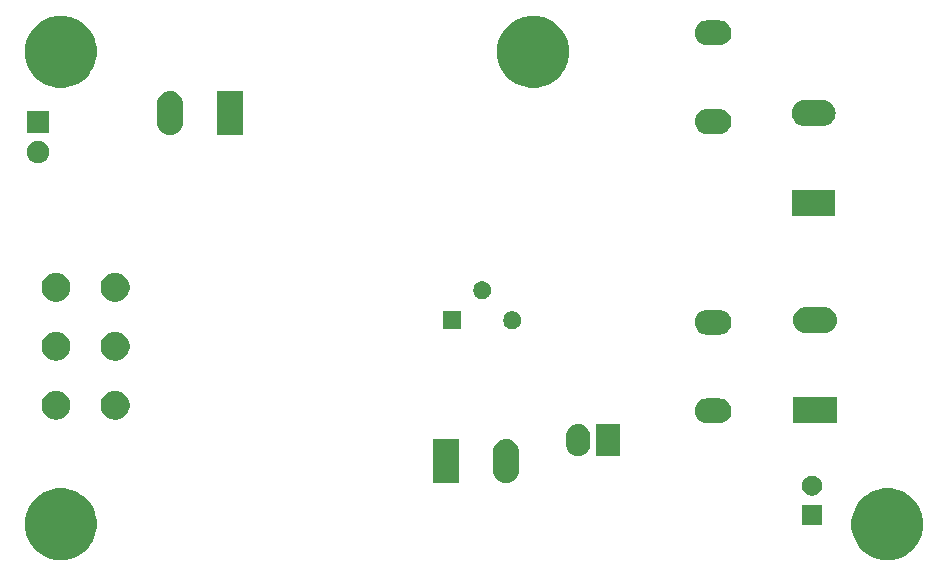
<source format=gbr>
%TF.GenerationSoftware,KiCad,Pcbnew,(6.0.0-rc1-dev-882-gdbc9130da)*%
%TF.CreationDate,2019-10-11T13:43:29+08:00*%
%TF.ProjectId,SoftDimmableLamp,536F667444696D6D61626C654C616D70,rev?*%
%TF.SameCoordinates,Original*%
%TF.FileFunction,Soldermask,Bot*%
%TF.FilePolarity,Negative*%
%FSLAX46Y46*%
G04 Gerber Fmt 4.6, Leading zero omitted, Abs format (unit mm)*
G04 Created by KiCad (PCBNEW (6.0.0-rc1-dev-882-gdbc9130da)) date 2019/10/11 13:43:29*
%MOMM*%
%LPD*%
G01*
G04 APERTURE LIST*
%ADD10C,0.350000*%
G04 APERTURE END LIST*
D10*
G36*
X125889941Y-92066248D02*
X125889943Y-92066249D01*
X125889944Y-92066249D01*
X126445190Y-92296239D01*
X126740334Y-92493448D01*
X126944902Y-92630136D01*
X127369864Y-93055098D01*
X127369866Y-93055101D01*
X127703761Y-93554810D01*
X127864990Y-93944052D01*
X127933752Y-94110059D01*
X128051000Y-94699501D01*
X128051000Y-95300499D01*
X127944246Y-95837186D01*
X127933751Y-95889944D01*
X127703761Y-96445190D01*
X127608892Y-96587171D01*
X127369864Y-96944902D01*
X126944902Y-97369864D01*
X126944899Y-97369866D01*
X126445190Y-97703761D01*
X125889944Y-97933751D01*
X125889943Y-97933751D01*
X125889941Y-97933752D01*
X125300499Y-98051000D01*
X124699501Y-98051000D01*
X124110059Y-97933752D01*
X124110057Y-97933751D01*
X124110056Y-97933751D01*
X123554810Y-97703761D01*
X123055101Y-97369866D01*
X123055098Y-97369864D01*
X122630136Y-96944902D01*
X122391108Y-96587171D01*
X122296239Y-96445190D01*
X122066249Y-95889944D01*
X122055755Y-95837186D01*
X121949000Y-95300499D01*
X121949000Y-94699501D01*
X122066248Y-94110059D01*
X122135010Y-93944052D01*
X122296239Y-93554810D01*
X122630134Y-93055101D01*
X122630136Y-93055098D01*
X123055098Y-92630136D01*
X123259666Y-92493448D01*
X123554810Y-92296239D01*
X124110056Y-92066249D01*
X124110057Y-92066249D01*
X124110059Y-92066248D01*
X124699501Y-91949000D01*
X125300499Y-91949000D01*
X125889941Y-92066248D01*
X125889941Y-92066248D01*
G37*
G36*
X55889941Y-92066248D02*
X55889943Y-92066249D01*
X55889944Y-92066249D01*
X56445190Y-92296239D01*
X56740334Y-92493448D01*
X56944902Y-92630136D01*
X57369864Y-93055098D01*
X57369866Y-93055101D01*
X57703761Y-93554810D01*
X57864990Y-93944052D01*
X57933752Y-94110059D01*
X58051000Y-94699501D01*
X58051000Y-95300499D01*
X57944246Y-95837186D01*
X57933751Y-95889944D01*
X57703761Y-96445190D01*
X57608892Y-96587171D01*
X57369864Y-96944902D01*
X56944902Y-97369864D01*
X56944899Y-97369866D01*
X56445190Y-97703761D01*
X55889944Y-97933751D01*
X55889943Y-97933751D01*
X55889941Y-97933752D01*
X55300499Y-98051000D01*
X54699501Y-98051000D01*
X54110059Y-97933752D01*
X54110057Y-97933751D01*
X54110056Y-97933751D01*
X53554810Y-97703761D01*
X53055101Y-97369866D01*
X53055098Y-97369864D01*
X52630136Y-96944902D01*
X52391108Y-96587171D01*
X52296239Y-96445190D01*
X52066249Y-95889944D01*
X52055755Y-95837186D01*
X51949000Y-95300499D01*
X51949000Y-94699501D01*
X52066248Y-94110059D01*
X52135010Y-93944052D01*
X52296239Y-93554810D01*
X52630134Y-93055101D01*
X52630136Y-93055098D01*
X53055098Y-92630136D01*
X53259666Y-92493448D01*
X53554810Y-92296239D01*
X54110056Y-92066249D01*
X54110057Y-92066249D01*
X54110059Y-92066248D01*
X54699501Y-91949000D01*
X55300499Y-91949000D01*
X55889941Y-92066248D01*
X55889941Y-92066248D01*
G37*
G36*
X119469000Y-95085000D02*
X117767000Y-95085000D01*
X117767000Y-93383000D01*
X119469000Y-93383000D01*
X119469000Y-95085000D01*
X119469000Y-95085000D01*
G37*
G36*
X118866228Y-90915703D02*
X119021100Y-90979853D01*
X119160481Y-91072985D01*
X119279015Y-91191519D01*
X119372147Y-91330900D01*
X119436297Y-91485772D01*
X119469000Y-91650184D01*
X119469000Y-91817816D01*
X119436297Y-91982228D01*
X119372147Y-92137100D01*
X119279015Y-92276481D01*
X119160481Y-92395015D01*
X119021100Y-92488147D01*
X118866228Y-92552297D01*
X118701816Y-92585000D01*
X118534184Y-92585000D01*
X118369772Y-92552297D01*
X118214900Y-92488147D01*
X118075519Y-92395015D01*
X117956985Y-92276481D01*
X117863853Y-92137100D01*
X117799703Y-91982228D01*
X117767000Y-91817816D01*
X117767000Y-91650184D01*
X117799703Y-91485772D01*
X117863853Y-91330900D01*
X117956985Y-91191519D01*
X118075519Y-91072985D01*
X118214900Y-90979853D01*
X118369772Y-90915703D01*
X118534184Y-90883000D01*
X118701816Y-90883000D01*
X118866228Y-90915703D01*
X118866228Y-90915703D01*
G37*
G36*
X92923869Y-87826786D02*
X92923872Y-87826787D01*
X93129526Y-87889171D01*
X93129528Y-87889172D01*
X93129531Y-87889173D01*
X93319059Y-87990477D01*
X93485186Y-88126814D01*
X93621523Y-88292940D01*
X93722827Y-88482468D01*
X93722827Y-88482469D01*
X93722829Y-88482473D01*
X93754885Y-88588148D01*
X93785214Y-88688130D01*
X93801000Y-88848408D01*
X93801000Y-90475592D01*
X93785214Y-90635870D01*
X93722827Y-90841532D01*
X93621523Y-91031060D01*
X93485186Y-91197186D01*
X93319060Y-91333523D01*
X93129532Y-91434827D01*
X93129529Y-91434828D01*
X93129527Y-91434829D01*
X92961589Y-91485772D01*
X92923870Y-91497214D01*
X92710000Y-91518278D01*
X92496131Y-91497214D01*
X92458412Y-91485772D01*
X92290474Y-91434829D01*
X92290472Y-91434828D01*
X92290469Y-91434827D01*
X92100941Y-91333523D01*
X91934815Y-91197186D01*
X91798478Y-91031060D01*
X91697171Y-90841527D01*
X91634786Y-90635875D01*
X91619000Y-90475592D01*
X91619000Y-88848409D01*
X91634786Y-88688131D01*
X91644577Y-88655854D01*
X91697171Y-88482474D01*
X91697172Y-88482472D01*
X91697173Y-88482469D01*
X91798477Y-88292941D01*
X91934814Y-88126814D01*
X92100940Y-87990477D01*
X92290468Y-87889173D01*
X92290471Y-87889172D01*
X92290473Y-87889171D01*
X92496127Y-87826787D01*
X92496130Y-87826786D01*
X92710000Y-87805722D01*
X92923869Y-87826786D01*
X92923869Y-87826786D01*
G37*
G36*
X88721000Y-91513000D02*
X86539000Y-91513000D01*
X86539000Y-87811000D01*
X88721000Y-87811000D01*
X88721000Y-91513000D01*
X88721000Y-91513000D01*
G37*
G36*
X99012032Y-86548207D02*
X99210146Y-86608305D01*
X99392729Y-86705897D01*
X99552765Y-86837235D01*
X99684103Y-86997271D01*
X99729531Y-87082261D01*
X99781695Y-87179853D01*
X99811744Y-87278912D01*
X99841793Y-87377969D01*
X99857000Y-87532371D01*
X99857000Y-88235630D01*
X99841793Y-88390032D01*
X99781695Y-88588146D01*
X99684103Y-88770729D01*
X99684101Y-88770731D01*
X99552768Y-88930762D01*
X99552766Y-88930763D01*
X99552765Y-88930765D01*
X99392729Y-89062103D01*
X99210145Y-89159695D01*
X99012031Y-89219793D01*
X98806000Y-89240085D01*
X98599968Y-89219793D01*
X98401854Y-89159695D01*
X98219271Y-89062103D01*
X98155257Y-89009568D01*
X98059238Y-88930768D01*
X98059237Y-88930766D01*
X98059235Y-88930765D01*
X97927897Y-88770729D01*
X97830305Y-88588145D01*
X97770207Y-88390031D01*
X97755000Y-88235629D01*
X97755000Y-87532370D01*
X97770207Y-87377968D01*
X97810273Y-87245892D01*
X97830306Y-87179852D01*
X97927899Y-86997269D01*
X98059236Y-86837235D01*
X98219270Y-86705899D01*
X98219272Y-86705897D01*
X98401855Y-86608305D01*
X98599969Y-86548207D01*
X98806000Y-86527915D01*
X99012032Y-86548207D01*
X99012032Y-86548207D01*
G37*
G36*
X102397000Y-89235000D02*
X100295000Y-89235000D01*
X100295000Y-86533000D01*
X102397000Y-86533000D01*
X102397000Y-89235000D01*
X102397000Y-89235000D01*
G37*
G36*
X110814435Y-84351640D02*
X110942032Y-84364207D01*
X111140146Y-84424305D01*
X111322729Y-84521897D01*
X111482765Y-84653235D01*
X111614103Y-84813271D01*
X111711695Y-84995854D01*
X111771793Y-85193968D01*
X111792085Y-85400000D01*
X111771793Y-85606032D01*
X111711695Y-85804146D01*
X111614103Y-85986729D01*
X111482765Y-86146765D01*
X111322729Y-86278103D01*
X111140146Y-86375695D01*
X110942032Y-86435793D01*
X110818510Y-86447959D01*
X110787631Y-86451000D01*
X109684369Y-86451000D01*
X109653490Y-86447959D01*
X109529968Y-86435793D01*
X109331854Y-86375695D01*
X109149271Y-86278103D01*
X108989235Y-86146765D01*
X108857897Y-85986729D01*
X108760305Y-85804146D01*
X108700207Y-85606032D01*
X108679915Y-85400000D01*
X108700207Y-85193968D01*
X108760305Y-84995854D01*
X108857897Y-84813271D01*
X108989235Y-84653235D01*
X109149271Y-84521897D01*
X109331854Y-84424305D01*
X109529968Y-84364207D01*
X109657565Y-84351640D01*
X109684369Y-84349000D01*
X110787631Y-84349000D01*
X110814435Y-84351640D01*
X110814435Y-84351640D01*
G37*
G36*
X120723000Y-86445000D02*
X117021000Y-86445000D01*
X117021000Y-84243000D01*
X120723000Y-84243000D01*
X120723000Y-86445000D01*
X120723000Y-86445000D01*
G37*
G36*
X54848205Y-83732461D02*
X54966153Y-83755922D01*
X55058194Y-83794047D01*
X55188359Y-83847963D01*
X55388345Y-83981589D01*
X55558411Y-84151655D01*
X55692037Y-84351641D01*
X55784078Y-84573848D01*
X55831000Y-84809741D01*
X55831000Y-85050259D01*
X55784078Y-85286152D01*
X55692037Y-85508359D01*
X55558411Y-85708345D01*
X55388345Y-85878411D01*
X55188359Y-86012037D01*
X55058194Y-86065953D01*
X54966153Y-86104078D01*
X54848205Y-86127539D01*
X54730259Y-86151000D01*
X54489741Y-86151000D01*
X54371795Y-86127539D01*
X54253847Y-86104078D01*
X54161806Y-86065953D01*
X54031641Y-86012037D01*
X53831655Y-85878411D01*
X53661589Y-85708345D01*
X53527963Y-85508359D01*
X53435922Y-85286152D01*
X53389000Y-85050259D01*
X53389000Y-84809741D01*
X53435922Y-84573848D01*
X53527963Y-84351641D01*
X53661589Y-84151655D01*
X53831655Y-83981589D01*
X54031641Y-83847963D01*
X54161806Y-83794047D01*
X54253847Y-83755922D01*
X54371795Y-83732461D01*
X54489741Y-83709000D01*
X54730259Y-83709000D01*
X54848205Y-83732461D01*
X54848205Y-83732461D01*
G37*
G36*
X59848205Y-83732461D02*
X59966153Y-83755922D01*
X60058194Y-83794047D01*
X60188359Y-83847963D01*
X60388345Y-83981589D01*
X60558411Y-84151655D01*
X60692037Y-84351641D01*
X60784078Y-84573848D01*
X60831000Y-84809741D01*
X60831000Y-85050259D01*
X60784078Y-85286152D01*
X60692037Y-85508359D01*
X60558411Y-85708345D01*
X60388345Y-85878411D01*
X60188359Y-86012037D01*
X60058194Y-86065953D01*
X59966153Y-86104078D01*
X59848205Y-86127539D01*
X59730259Y-86151000D01*
X59489741Y-86151000D01*
X59371795Y-86127539D01*
X59253847Y-86104078D01*
X59161806Y-86065953D01*
X59031641Y-86012037D01*
X58831655Y-85878411D01*
X58661589Y-85708345D01*
X58527963Y-85508359D01*
X58435922Y-85286152D01*
X58389000Y-85050259D01*
X58389000Y-84809741D01*
X58435922Y-84573848D01*
X58527963Y-84351641D01*
X58661589Y-84151655D01*
X58831655Y-83981589D01*
X59031641Y-83847963D01*
X59161806Y-83794047D01*
X59253847Y-83755922D01*
X59371795Y-83732461D01*
X59489741Y-83709000D01*
X59730259Y-83709000D01*
X59848205Y-83732461D01*
X59848205Y-83732461D01*
G37*
G36*
X54848205Y-78732461D02*
X54966153Y-78755922D01*
X55019697Y-78778101D01*
X55188359Y-78847963D01*
X55388345Y-78981589D01*
X55558411Y-79151655D01*
X55692037Y-79351641D01*
X55784078Y-79573848D01*
X55831000Y-79809741D01*
X55831000Y-80050259D01*
X55784078Y-80286152D01*
X55692037Y-80508359D01*
X55558411Y-80708345D01*
X55388345Y-80878411D01*
X55188359Y-81012037D01*
X55058194Y-81065953D01*
X54966153Y-81104078D01*
X54848205Y-81127539D01*
X54730259Y-81151000D01*
X54489741Y-81151000D01*
X54371795Y-81127539D01*
X54253847Y-81104078D01*
X54161806Y-81065953D01*
X54031641Y-81012037D01*
X53831655Y-80878411D01*
X53661589Y-80708345D01*
X53527963Y-80508359D01*
X53435922Y-80286152D01*
X53389000Y-80050259D01*
X53389000Y-79809741D01*
X53435922Y-79573848D01*
X53527963Y-79351641D01*
X53661589Y-79151655D01*
X53831655Y-78981589D01*
X54031641Y-78847963D01*
X54200303Y-78778101D01*
X54253847Y-78755922D01*
X54371795Y-78732461D01*
X54489741Y-78709000D01*
X54730259Y-78709000D01*
X54848205Y-78732461D01*
X54848205Y-78732461D01*
G37*
G36*
X59848205Y-78732461D02*
X59966153Y-78755922D01*
X60019697Y-78778101D01*
X60188359Y-78847963D01*
X60388345Y-78981589D01*
X60558411Y-79151655D01*
X60692037Y-79351641D01*
X60784078Y-79573848D01*
X60831000Y-79809741D01*
X60831000Y-80050259D01*
X60784078Y-80286152D01*
X60692037Y-80508359D01*
X60558411Y-80708345D01*
X60388345Y-80878411D01*
X60188359Y-81012037D01*
X60058194Y-81065953D01*
X59966153Y-81104078D01*
X59848205Y-81127539D01*
X59730259Y-81151000D01*
X59489741Y-81151000D01*
X59371795Y-81127539D01*
X59253847Y-81104078D01*
X59161806Y-81065953D01*
X59031641Y-81012037D01*
X58831655Y-80878411D01*
X58661589Y-80708345D01*
X58527963Y-80508359D01*
X58435922Y-80286152D01*
X58389000Y-80050259D01*
X58389000Y-79809741D01*
X58435922Y-79573848D01*
X58527963Y-79351641D01*
X58661589Y-79151655D01*
X58831655Y-78981589D01*
X59031641Y-78847963D01*
X59200303Y-78778101D01*
X59253847Y-78755922D01*
X59371795Y-78732461D01*
X59489741Y-78709000D01*
X59730259Y-78709000D01*
X59848205Y-78732461D01*
X59848205Y-78732461D01*
G37*
G36*
X110818510Y-76852041D02*
X110942032Y-76864207D01*
X111140146Y-76924305D01*
X111322729Y-77021897D01*
X111482765Y-77153235D01*
X111614103Y-77313271D01*
X111711695Y-77495854D01*
X111771793Y-77693968D01*
X111792085Y-77900000D01*
X111771793Y-78106032D01*
X111711695Y-78304146D01*
X111614103Y-78486729D01*
X111482765Y-78646765D01*
X111322729Y-78778103D01*
X111140146Y-78875695D01*
X110942032Y-78935793D01*
X110818510Y-78947959D01*
X110787631Y-78951000D01*
X109684369Y-78951000D01*
X109653490Y-78947959D01*
X109529968Y-78935793D01*
X109331854Y-78875695D01*
X109149271Y-78778103D01*
X108989235Y-78646765D01*
X108857897Y-78486729D01*
X108760305Y-78304146D01*
X108700207Y-78106032D01*
X108679915Y-77900000D01*
X108700207Y-77693968D01*
X108760305Y-77495854D01*
X108857897Y-77313271D01*
X108989235Y-77153235D01*
X109149271Y-77021897D01*
X109331854Y-76924305D01*
X109529968Y-76864207D01*
X109653490Y-76852041D01*
X109684369Y-76849000D01*
X110787631Y-76849000D01*
X110818510Y-76852041D01*
X110818510Y-76852041D01*
G37*
G36*
X119837830Y-76638930D02*
X119837833Y-76638931D01*
X119837834Y-76638931D01*
X120045373Y-76701887D01*
X120045375Y-76701888D01*
X120236644Y-76804123D01*
X120404291Y-76941709D01*
X120541877Y-77109356D01*
X120644112Y-77300625D01*
X120644113Y-77300627D01*
X120707069Y-77508166D01*
X120707070Y-77508170D01*
X120728327Y-77724000D01*
X120707070Y-77939830D01*
X120707069Y-77939833D01*
X120707069Y-77939834D01*
X120656654Y-78106032D01*
X120644112Y-78147375D01*
X120541877Y-78338644D01*
X120404291Y-78506291D01*
X120236644Y-78643877D01*
X120045375Y-78746112D01*
X120045373Y-78746113D01*
X119837834Y-78809069D01*
X119837833Y-78809069D01*
X119837830Y-78809070D01*
X119676089Y-78825000D01*
X118067911Y-78825000D01*
X117906170Y-78809070D01*
X117906167Y-78809069D01*
X117906166Y-78809069D01*
X117698627Y-78746113D01*
X117698625Y-78746112D01*
X117507356Y-78643877D01*
X117339709Y-78506291D01*
X117202123Y-78338644D01*
X117099888Y-78147375D01*
X117087347Y-78106032D01*
X117036931Y-77939834D01*
X117036931Y-77939833D01*
X117036930Y-77939830D01*
X117015673Y-77724000D01*
X117036930Y-77508170D01*
X117036931Y-77508166D01*
X117099887Y-77300627D01*
X117099888Y-77300625D01*
X117202123Y-77109356D01*
X117339709Y-76941709D01*
X117507356Y-76804123D01*
X117698625Y-76701888D01*
X117698627Y-76701887D01*
X117906166Y-76638931D01*
X117906167Y-76638931D01*
X117906170Y-76638930D01*
X118067911Y-76623000D01*
X119676089Y-76623000D01*
X119837830Y-76638930D01*
X119837830Y-76638930D01*
G37*
G36*
X93350004Y-76984544D02*
X93437059Y-77001860D01*
X93573732Y-77058472D01*
X93573733Y-77058473D01*
X93696738Y-77140662D01*
X93801338Y-77245262D01*
X93801340Y-77245265D01*
X93883528Y-77368268D01*
X93940140Y-77504941D01*
X93969000Y-77650033D01*
X93969000Y-77797967D01*
X93940140Y-77943059D01*
X93883528Y-78079732D01*
X93865955Y-78106032D01*
X93801338Y-78202738D01*
X93696738Y-78307338D01*
X93696735Y-78307340D01*
X93573732Y-78389528D01*
X93437059Y-78446140D01*
X93350004Y-78463456D01*
X93291969Y-78475000D01*
X93144031Y-78475000D01*
X93085996Y-78463456D01*
X92998941Y-78446140D01*
X92862268Y-78389528D01*
X92739265Y-78307340D01*
X92739262Y-78307338D01*
X92634662Y-78202738D01*
X92570045Y-78106032D01*
X92552472Y-78079732D01*
X92495860Y-77943059D01*
X92467000Y-77797967D01*
X92467000Y-77650033D01*
X92495860Y-77504941D01*
X92552472Y-77368268D01*
X92634660Y-77245265D01*
X92634662Y-77245262D01*
X92739262Y-77140662D01*
X92862267Y-77058473D01*
X92862268Y-77058472D01*
X92998941Y-77001860D01*
X93085996Y-76984544D01*
X93144031Y-76973000D01*
X93291969Y-76973000D01*
X93350004Y-76984544D01*
X93350004Y-76984544D01*
G37*
G36*
X88889000Y-78475000D02*
X87387000Y-78475000D01*
X87387000Y-76973000D01*
X88889000Y-76973000D01*
X88889000Y-78475000D01*
X88889000Y-78475000D01*
G37*
G36*
X59848205Y-73732461D02*
X59966153Y-73755922D01*
X60058194Y-73794047D01*
X60188359Y-73847963D01*
X60388345Y-73981589D01*
X60558411Y-74151655D01*
X60692037Y-74351641D01*
X60784078Y-74573848D01*
X60831000Y-74809741D01*
X60831000Y-75050259D01*
X60784078Y-75286152D01*
X60692037Y-75508359D01*
X60558411Y-75708345D01*
X60388345Y-75878411D01*
X60188359Y-76012037D01*
X60058194Y-76065953D01*
X59966153Y-76104078D01*
X59730259Y-76151000D01*
X59489741Y-76151000D01*
X59253847Y-76104078D01*
X59161806Y-76065953D01*
X59031641Y-76012037D01*
X58831655Y-75878411D01*
X58661589Y-75708345D01*
X58527963Y-75508359D01*
X58435922Y-75286152D01*
X58389000Y-75050259D01*
X58389000Y-74809741D01*
X58435922Y-74573848D01*
X58527963Y-74351641D01*
X58661589Y-74151655D01*
X58831655Y-73981589D01*
X59031641Y-73847963D01*
X59161806Y-73794047D01*
X59253847Y-73755922D01*
X59371795Y-73732461D01*
X59489741Y-73709000D01*
X59730259Y-73709000D01*
X59848205Y-73732461D01*
X59848205Y-73732461D01*
G37*
G36*
X54848205Y-73732461D02*
X54966153Y-73755922D01*
X55058194Y-73794047D01*
X55188359Y-73847963D01*
X55388345Y-73981589D01*
X55558411Y-74151655D01*
X55692037Y-74351641D01*
X55784078Y-74573848D01*
X55831000Y-74809741D01*
X55831000Y-75050259D01*
X55784078Y-75286152D01*
X55692037Y-75508359D01*
X55558411Y-75708345D01*
X55388345Y-75878411D01*
X55188359Y-76012037D01*
X55058194Y-76065953D01*
X54966153Y-76104078D01*
X54730259Y-76151000D01*
X54489741Y-76151000D01*
X54253847Y-76104078D01*
X54161806Y-76065953D01*
X54031641Y-76012037D01*
X53831655Y-75878411D01*
X53661589Y-75708345D01*
X53527963Y-75508359D01*
X53435922Y-75286152D01*
X53389000Y-75050259D01*
X53389000Y-74809741D01*
X53435922Y-74573848D01*
X53527963Y-74351641D01*
X53661589Y-74151655D01*
X53831655Y-73981589D01*
X54031641Y-73847963D01*
X54161806Y-73794047D01*
X54253847Y-73755922D01*
X54371795Y-73732461D01*
X54489741Y-73709000D01*
X54730259Y-73709000D01*
X54848205Y-73732461D01*
X54848205Y-73732461D01*
G37*
G36*
X90810004Y-74444544D02*
X90897059Y-74461860D01*
X91033732Y-74518472D01*
X91116608Y-74573848D01*
X91156738Y-74600662D01*
X91261338Y-74705262D01*
X91261340Y-74705265D01*
X91343528Y-74828268D01*
X91400140Y-74964941D01*
X91429000Y-75110033D01*
X91429000Y-75257967D01*
X91400140Y-75403059D01*
X91343528Y-75539732D01*
X91343527Y-75539733D01*
X91261338Y-75662738D01*
X91156738Y-75767338D01*
X91156735Y-75767340D01*
X91033732Y-75849528D01*
X90897059Y-75906140D01*
X90810004Y-75923456D01*
X90751969Y-75935000D01*
X90604031Y-75935000D01*
X90545996Y-75923456D01*
X90458941Y-75906140D01*
X90322268Y-75849528D01*
X90199265Y-75767340D01*
X90199262Y-75767338D01*
X90094662Y-75662738D01*
X90012473Y-75539733D01*
X90012472Y-75539732D01*
X89955860Y-75403059D01*
X89927000Y-75257967D01*
X89927000Y-75110033D01*
X89955860Y-74964941D01*
X90012472Y-74828268D01*
X90094660Y-74705265D01*
X90094662Y-74705262D01*
X90199262Y-74600662D01*
X90239392Y-74573848D01*
X90322268Y-74518472D01*
X90458941Y-74461860D01*
X90545996Y-74444544D01*
X90604031Y-74433000D01*
X90751969Y-74433000D01*
X90810004Y-74444544D01*
X90810004Y-74444544D01*
G37*
G36*
X120596000Y-68919000D02*
X116894000Y-68919000D01*
X116894000Y-66717000D01*
X120596000Y-66717000D01*
X120596000Y-68919000D01*
X120596000Y-68919000D01*
G37*
G36*
X53363396Y-62585546D02*
X53536466Y-62657234D01*
X53692230Y-62761312D01*
X53824688Y-62893770D01*
X53928766Y-63049534D01*
X54000454Y-63222604D01*
X54037000Y-63406333D01*
X54037000Y-63593667D01*
X54000454Y-63777396D01*
X53928766Y-63950466D01*
X53824688Y-64106230D01*
X53692230Y-64238688D01*
X53536466Y-64342766D01*
X53363396Y-64414454D01*
X53179667Y-64451000D01*
X52992333Y-64451000D01*
X52808604Y-64414454D01*
X52635534Y-64342766D01*
X52479770Y-64238688D01*
X52347312Y-64106230D01*
X52243234Y-63950466D01*
X52171546Y-63777396D01*
X52135000Y-63593667D01*
X52135000Y-63406333D01*
X52171546Y-63222604D01*
X52243234Y-63049534D01*
X52347312Y-62893770D01*
X52479770Y-62761312D01*
X52635534Y-62657234D01*
X52808604Y-62585546D01*
X52992333Y-62549000D01*
X53179667Y-62549000D01*
X53363396Y-62585546D01*
X53363396Y-62585546D01*
G37*
G36*
X64475870Y-58362786D02*
X64475873Y-58362787D01*
X64681527Y-58425171D01*
X64681529Y-58425172D01*
X64681532Y-58425173D01*
X64871060Y-58526477D01*
X65037186Y-58662814D01*
X65173523Y-58828940D01*
X65274827Y-59018468D01*
X65274828Y-59018471D01*
X65274829Y-59018473D01*
X65303482Y-59112930D01*
X65337214Y-59224130D01*
X65353000Y-59384408D01*
X65353000Y-61011592D01*
X65337214Y-61171870D01*
X65337213Y-61171872D01*
X65337213Y-61171873D01*
X65297089Y-61304146D01*
X65274827Y-61377532D01*
X65173523Y-61567060D01*
X65037186Y-61733186D01*
X64871059Y-61869523D01*
X64681531Y-61970827D01*
X64681528Y-61970828D01*
X64681526Y-61970829D01*
X64508146Y-62023423D01*
X64475869Y-62033214D01*
X64262000Y-62054278D01*
X64048130Y-62033214D01*
X64015853Y-62023423D01*
X63842473Y-61970829D01*
X63842471Y-61970828D01*
X63842468Y-61970827D01*
X63652940Y-61869523D01*
X63486814Y-61733186D01*
X63350477Y-61567059D01*
X63249173Y-61377531D01*
X63220519Y-61283070D01*
X63186787Y-61171872D01*
X63186786Y-61171869D01*
X63171000Y-61011591D01*
X63171000Y-59384408D01*
X63186786Y-59224125D01*
X63249171Y-59018473D01*
X63350478Y-58828940D01*
X63486815Y-58662814D01*
X63652941Y-58526477D01*
X63842469Y-58425173D01*
X63842472Y-58425172D01*
X63842474Y-58425171D01*
X64048128Y-58362787D01*
X64048131Y-58362786D01*
X64262000Y-58341722D01*
X64475870Y-58362786D01*
X64475870Y-58362786D01*
G37*
G36*
X70433000Y-62049000D02*
X68251000Y-62049000D01*
X68251000Y-58347000D01*
X70433000Y-58347000D01*
X70433000Y-62049000D01*
X70433000Y-62049000D01*
G37*
G36*
X110818510Y-59852041D02*
X110942032Y-59864207D01*
X111140146Y-59924305D01*
X111322729Y-60021897D01*
X111482765Y-60153235D01*
X111614103Y-60313271D01*
X111711695Y-60495854D01*
X111771793Y-60693968D01*
X111792085Y-60900000D01*
X111771793Y-61106032D01*
X111711695Y-61304146D01*
X111614103Y-61486729D01*
X111482765Y-61646765D01*
X111322729Y-61778103D01*
X111140146Y-61875695D01*
X110942032Y-61935793D01*
X110818510Y-61947959D01*
X110787631Y-61951000D01*
X109684369Y-61951000D01*
X109653490Y-61947959D01*
X109529968Y-61935793D01*
X109331854Y-61875695D01*
X109149271Y-61778103D01*
X108989235Y-61646765D01*
X108857897Y-61486729D01*
X108760305Y-61304146D01*
X108700207Y-61106032D01*
X108679915Y-60900000D01*
X108700207Y-60693968D01*
X108760305Y-60495854D01*
X108857897Y-60313271D01*
X108989235Y-60153235D01*
X109149271Y-60021897D01*
X109331854Y-59924305D01*
X109529968Y-59864207D01*
X109653490Y-59852041D01*
X109684369Y-59849000D01*
X110787631Y-59849000D01*
X110818510Y-59852041D01*
X110818510Y-59852041D01*
G37*
G36*
X54037000Y-61911000D02*
X52135000Y-61911000D01*
X52135000Y-60009000D01*
X54037000Y-60009000D01*
X54037000Y-61911000D01*
X54037000Y-61911000D01*
G37*
G36*
X119710830Y-59112930D02*
X119710833Y-59112931D01*
X119710834Y-59112931D01*
X119918373Y-59175887D01*
X119918375Y-59175888D01*
X120109644Y-59278123D01*
X120277291Y-59415709D01*
X120414877Y-59583356D01*
X120517112Y-59774625D01*
X120517113Y-59774627D01*
X120562517Y-59924305D01*
X120580070Y-59982170D01*
X120601327Y-60198000D01*
X120580070Y-60413830D01*
X120580069Y-60413833D01*
X120580069Y-60413834D01*
X120555189Y-60495854D01*
X120517112Y-60621375D01*
X120414877Y-60812644D01*
X120277291Y-60980291D01*
X120109644Y-61117877D01*
X119918375Y-61220112D01*
X119918373Y-61220113D01*
X119710834Y-61283069D01*
X119710833Y-61283069D01*
X119710830Y-61283070D01*
X119549089Y-61299000D01*
X117940911Y-61299000D01*
X117779170Y-61283070D01*
X117779167Y-61283069D01*
X117779166Y-61283069D01*
X117571627Y-61220113D01*
X117571625Y-61220112D01*
X117380356Y-61117877D01*
X117212709Y-60980291D01*
X117075123Y-60812644D01*
X116972888Y-60621375D01*
X116934812Y-60495854D01*
X116909931Y-60413834D01*
X116909931Y-60413833D01*
X116909930Y-60413830D01*
X116888673Y-60198000D01*
X116909930Y-59982170D01*
X116927483Y-59924305D01*
X116972887Y-59774627D01*
X116972888Y-59774625D01*
X117075123Y-59583356D01*
X117212709Y-59415709D01*
X117380356Y-59278123D01*
X117571625Y-59175888D01*
X117571627Y-59175887D01*
X117779166Y-59112931D01*
X117779167Y-59112931D01*
X117779170Y-59112930D01*
X117940911Y-59097000D01*
X119549089Y-59097000D01*
X119710830Y-59112930D01*
X119710830Y-59112930D01*
G37*
G36*
X55889941Y-52066248D02*
X55889943Y-52066249D01*
X55889944Y-52066249D01*
X56445190Y-52296239D01*
X56740334Y-52493448D01*
X56944902Y-52630136D01*
X57369864Y-53055098D01*
X57369866Y-53055101D01*
X57703761Y-53554810D01*
X57864990Y-53944052D01*
X57933752Y-54110059D01*
X58051000Y-54699501D01*
X58051000Y-55300499D01*
X57944246Y-55837186D01*
X57933751Y-55889944D01*
X57703761Y-56445190D01*
X57608892Y-56587171D01*
X57369864Y-56944902D01*
X56944902Y-57369864D01*
X56944899Y-57369866D01*
X56445190Y-57703761D01*
X55889944Y-57933751D01*
X55889943Y-57933751D01*
X55889941Y-57933752D01*
X55300499Y-58051000D01*
X54699501Y-58051000D01*
X54110059Y-57933752D01*
X54110057Y-57933751D01*
X54110056Y-57933751D01*
X53554810Y-57703761D01*
X53055101Y-57369866D01*
X53055098Y-57369864D01*
X52630136Y-56944902D01*
X52391108Y-56587171D01*
X52296239Y-56445190D01*
X52066249Y-55889944D01*
X52055755Y-55837186D01*
X51949000Y-55300499D01*
X51949000Y-54699501D01*
X52066248Y-54110059D01*
X52135010Y-53944052D01*
X52296239Y-53554810D01*
X52630134Y-53055101D01*
X52630136Y-53055098D01*
X53055098Y-52630136D01*
X53259666Y-52493448D01*
X53554810Y-52296239D01*
X54110056Y-52066249D01*
X54110057Y-52066249D01*
X54110059Y-52066248D01*
X54699501Y-51949000D01*
X55300499Y-51949000D01*
X55889941Y-52066248D01*
X55889941Y-52066248D01*
G37*
G36*
X95889941Y-52066248D02*
X95889943Y-52066249D01*
X95889944Y-52066249D01*
X96445190Y-52296239D01*
X96740334Y-52493448D01*
X96944902Y-52630136D01*
X97369864Y-53055098D01*
X97369866Y-53055101D01*
X97703761Y-53554810D01*
X97864990Y-53944052D01*
X97933752Y-54110059D01*
X98051000Y-54699501D01*
X98051000Y-55300499D01*
X97944246Y-55837186D01*
X97933751Y-55889944D01*
X97703761Y-56445190D01*
X97608892Y-56587171D01*
X97369864Y-56944902D01*
X96944902Y-57369864D01*
X96944899Y-57369866D01*
X96445190Y-57703761D01*
X95889944Y-57933751D01*
X95889943Y-57933751D01*
X95889941Y-57933752D01*
X95300499Y-58051000D01*
X94699501Y-58051000D01*
X94110059Y-57933752D01*
X94110057Y-57933751D01*
X94110056Y-57933751D01*
X93554810Y-57703761D01*
X93055101Y-57369866D01*
X93055098Y-57369864D01*
X92630136Y-56944902D01*
X92391108Y-56587171D01*
X92296239Y-56445190D01*
X92066249Y-55889944D01*
X92055755Y-55837186D01*
X91949000Y-55300499D01*
X91949000Y-54699501D01*
X92066248Y-54110059D01*
X92135010Y-53944052D01*
X92296239Y-53554810D01*
X92630134Y-53055101D01*
X92630136Y-53055098D01*
X93055098Y-52630136D01*
X93259666Y-52493448D01*
X93554810Y-52296239D01*
X94110056Y-52066249D01*
X94110057Y-52066249D01*
X94110059Y-52066248D01*
X94699501Y-51949000D01*
X95300499Y-51949000D01*
X95889941Y-52066248D01*
X95889941Y-52066248D01*
G37*
G36*
X110818510Y-52352041D02*
X110942032Y-52364207D01*
X111140146Y-52424305D01*
X111322729Y-52521897D01*
X111482765Y-52653235D01*
X111614103Y-52813271D01*
X111711695Y-52995854D01*
X111771793Y-53193968D01*
X111792085Y-53400000D01*
X111771793Y-53606032D01*
X111711695Y-53804146D01*
X111614103Y-53986729D01*
X111482765Y-54146765D01*
X111322729Y-54278103D01*
X111140146Y-54375695D01*
X110942032Y-54435793D01*
X110818510Y-54447959D01*
X110787631Y-54451000D01*
X109684369Y-54451000D01*
X109653490Y-54447959D01*
X109529968Y-54435793D01*
X109331854Y-54375695D01*
X109149271Y-54278103D01*
X108989235Y-54146765D01*
X108857897Y-53986729D01*
X108760305Y-53804146D01*
X108700207Y-53606032D01*
X108679915Y-53400000D01*
X108700207Y-53193968D01*
X108760305Y-52995854D01*
X108857897Y-52813271D01*
X108989235Y-52653235D01*
X109149271Y-52521897D01*
X109331854Y-52424305D01*
X109529968Y-52364207D01*
X109653490Y-52352041D01*
X109684369Y-52349000D01*
X110787631Y-52349000D01*
X110818510Y-52352041D01*
X110818510Y-52352041D01*
G37*
M02*

</source>
